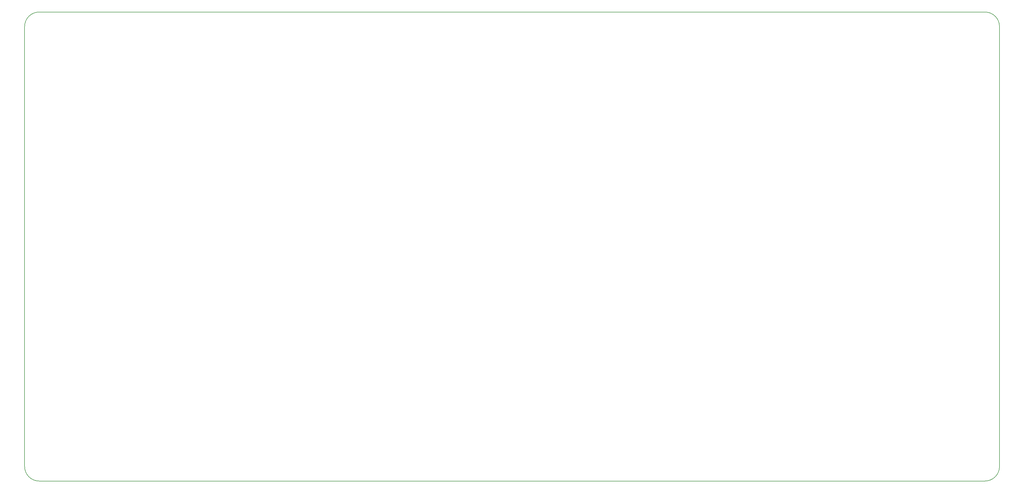
<source format=gm1>
G04 #@! TF.GenerationSoftware,KiCad,Pcbnew,7.0.2-0*
G04 #@! TF.CreationDate,2023-09-13T20:40:25+02:00*
G04 #@! TF.ProjectId,storre_base,73746f72-7265-45f6-9261-73652e6b6963,rev?*
G04 #@! TF.SameCoordinates,Original*
G04 #@! TF.FileFunction,Profile,NP*
%FSLAX46Y46*%
G04 Gerber Fmt 4.6, Leading zero omitted, Abs format (unit mm)*
G04 Created by KiCad (PCBNEW 7.0.2-0) date 2023-09-13 20:40:25*
%MOMM*%
%LPD*%
G01*
G04 APERTURE LIST*
G04 #@! TA.AperFunction,Profile*
%ADD10C,0.150000*%
G04 #@! TD*
G04 APERTURE END LIST*
D10*
X367677000Y-41696300D02*
G75*
G03*
X362902000Y-36921300I-4775000J0D01*
G01*
X52527000Y-36921200D02*
G75*
G03*
X47752000Y-41696300I0J-4775000D01*
G01*
X362902000Y-191007800D02*
G75*
G03*
X367677000Y-186232800I100J4774900D01*
G01*
X362902000Y-36921300D02*
X52527000Y-36921200D01*
X367677000Y-186232800D02*
X367677000Y-41696300D01*
X47752000Y-186232800D02*
X47752000Y-41696300D01*
X47752000Y-186232800D02*
G75*
G03*
X52527000Y-191007800I4775000J0D01*
G01*
X362902000Y-191007800D02*
X52527000Y-191007800D01*
M02*

</source>
